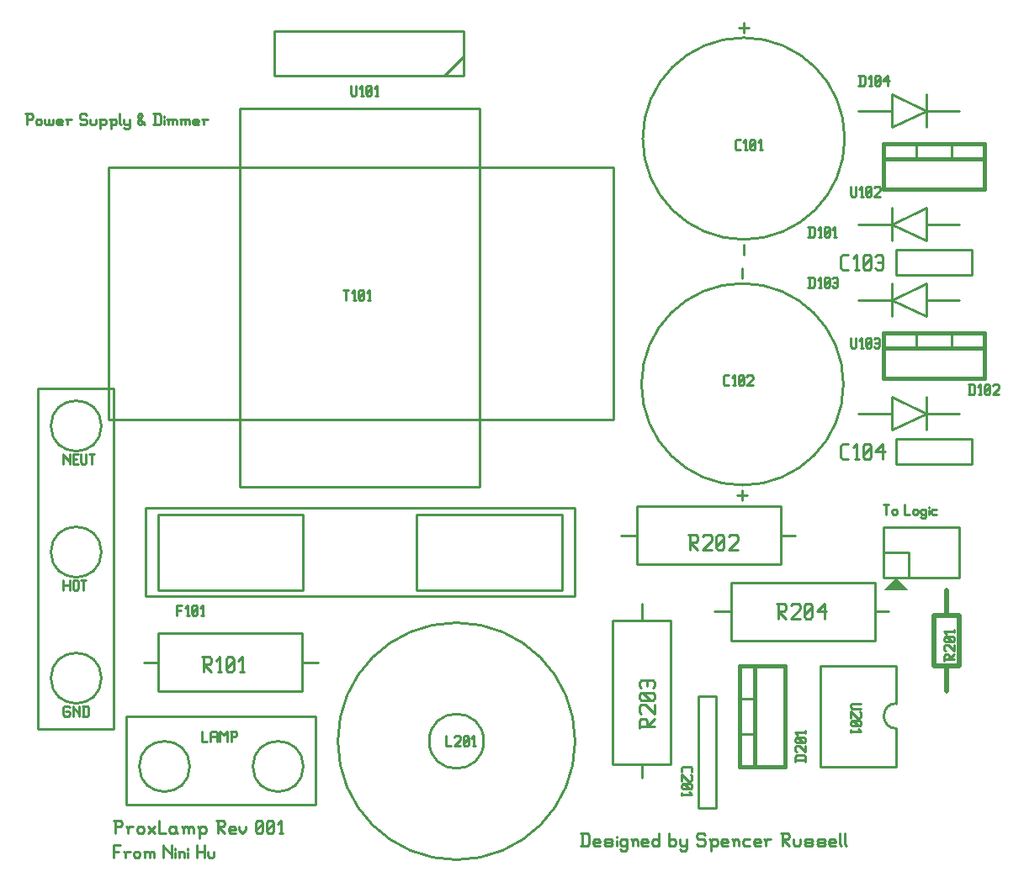
<source format=gbr>
G04 start of page 7 for group -4079 idx -4079 *
G04 Title: highvoltage, topsilk *
G04 Creator: pcb 20091103 *
G04 CreationDate: Wed 03 Feb 2010 09:09:45 PM GMT UTC *
G04 For: srussell *
G04 Format: Gerber/RS-274X *
G04 PCB-Dimensions: 400000 350000 *
G04 PCB-Coordinate-Origin: lower left *
%MOIN*%
%FSLAX25Y25*%
%LNFRONTSILK*%
%ADD11C,0.0200*%
%ADD51C,0.0100*%
%ADD52C,0.0150*%
G54D11*G36*
X360000Y120000D02*X350000D01*
X355000Y125000D01*
X360000Y120000D01*
G37*
G54D51*X45000Y65000D02*Y200000D01*
X15000D01*
Y65000D01*
X45000D01*
X50000Y70000D02*X125000D01*
Y35000D01*
X50000D02*Y70000D01*
X125000Y35000D02*X50000D01*
X45665Y28670D02*Y23350D01*
X45000Y28670D02*X47660D01*
X48325Y28005D01*
Y26675D01*
X47660Y26010D02*X48325Y26675D01*
X45665Y26010D02*X47660D01*
X50587Y25345D02*Y23350D01*
Y25345D02*X51252Y26010D01*
X52582D01*
X49922D02*X50587Y25345D01*
X54179D02*Y24015D01*
Y25345D02*X54844Y26010D01*
X56174D01*
X56839Y25345D01*
Y24015D01*
X56174Y23350D02*X56839Y24015D01*
X54844Y23350D02*X56174D01*
X54179Y24015D02*X54844Y23350D01*
X58436Y26010D02*X61096Y23350D01*
X58436D02*X61096Y26010D01*
X62694Y28670D02*Y23350D01*
X65354D01*
X68946Y26010D02*X69611Y25345D01*
X67616Y26010D02*X68946D01*
X66951Y25345D02*X67616Y26010D01*
X66951Y25345D02*Y24015D01*
X67616Y23350D01*
X69611Y26010D02*Y24015D01*
X70276Y23350D01*
X67616D02*X68946D01*
X69611Y24015D01*
X72538Y25345D02*Y23350D01*
Y25345D02*X73203Y26010D01*
X73868D01*
X74533Y25345D01*
Y23350D01*
Y25345D02*X75198Y26010D01*
X75863D01*
X76528Y25345D01*
Y23350D01*
X71873Y26010D02*X72538Y25345D01*
X78791D02*Y21355D01*
X78126Y26010D02*X78791Y25345D01*
X79456Y26010D01*
X80786D01*
X81451Y25345D01*
Y24015D01*
X80786Y23350D02*X81451Y24015D01*
X79456Y23350D02*X80786D01*
X78791Y24015D02*X79456Y23350D01*
X85442Y28670D02*X88102D01*
X88767Y28005D01*
Y26675D01*
X88102Y26010D02*X88767Y26675D01*
X86107Y26010D02*X88102D01*
X86107Y28670D02*Y23350D01*
Y26010D02*X88767Y23350D01*
X91029D02*X93024D01*
X90364Y24015D02*X91029Y23350D01*
X90364Y25345D02*Y24015D01*
Y25345D02*X91029Y26010D01*
X92359D01*
X93024Y25345D01*
X90364Y24680D02*X93024D01*
Y25345D02*Y24680D01*
X94622Y26010D02*Y24680D01*
X95952Y23350D01*
X97282Y24680D01*
Y26010D02*Y24680D01*
X101273Y24015D02*X101938Y23350D01*
X101273Y28005D02*Y24015D01*
Y28005D02*X101938Y28670D01*
X103268D01*
X103933Y28005D01*
Y24015D01*
X103268Y23350D02*X103933Y24015D01*
X101938Y23350D02*X103268D01*
X101273Y24680D02*X103933Y27340D01*
X105530Y24015D02*X106195Y23350D01*
X105530Y28005D02*Y24015D01*
Y28005D02*X106195Y28670D01*
X107525D01*
X108190Y28005D01*
Y24015D01*
X107525Y23350D02*X108190Y24015D01*
X106195Y23350D02*X107525D01*
X105530Y24680D02*X108190Y27340D01*
X110453Y23350D02*X111783D01*
X111118Y28670D02*Y23350D01*
X109788Y27340D02*X111118Y28670D01*
X80000Y64000D02*Y60000D01*
X82000D01*
X83201Y63500D02*Y60000D01*
Y63500D02*X83701Y64000D01*
X85201D01*
X85701Y63500D01*
Y60000D01*
X83201Y62000D02*X85701D01*
X86902Y64000D02*Y60000D01*
Y64000D02*X88402Y62500D01*
X89902Y64000D01*
Y60000D01*
X91603Y64000D02*Y60000D01*
X91103Y64000D02*X93103D01*
X93603Y63500D01*
Y62500D01*
X93103Y62000D02*X93603Y62500D01*
X91603Y62000D02*X93103D01*
X25000Y124000D02*Y120000D01*
X27500Y124000D02*Y120000D01*
X25000Y122000D02*X27500D01*
X28701Y123500D02*Y120500D01*
Y123500D02*X29201Y124000D01*
X30201D01*
X30701Y123500D01*
Y120500D01*
X30201Y120000D02*X30701Y120500D01*
X29201Y120000D02*X30201D01*
X28701Y120500D02*X29201Y120000D01*
X31902Y124000D02*X33902D01*
X32902D02*Y120000D01*
X25000Y174000D02*Y170000D01*
Y174000D02*Y173500D01*
X27500Y171000D01*
Y174000D02*Y170000D01*
X28701Y172000D02*X30201D01*
X28701Y170000D02*X30701D01*
X28701Y174000D02*Y170000D01*
Y174000D02*X30701D01*
X31902D02*Y170500D01*
X32402Y170000D01*
X33402D01*
X33902Y170500D01*
Y174000D02*Y170500D01*
X35103Y174000D02*X37103D01*
X36103D02*Y170000D01*
X27000Y74000D02*X27500Y73500D01*
X25500Y74000D02*X27000D01*
X25000Y73500D02*X25500Y74000D01*
X25000Y73500D02*Y70500D01*
X25500Y70000D01*
X27000D01*
X27500Y70500D01*
Y71500D02*Y70500D01*
X27000Y72000D02*X27500Y71500D01*
X26000Y72000D02*X27000D01*
X28701Y74000D02*Y70000D01*
Y74000D02*Y73500D01*
X31201Y71000D01*
Y74000D02*Y70000D01*
X32902Y74000D02*Y70000D01*
X34402Y74000D02*X34902Y73500D01*
Y70500D01*
X34402Y70000D02*X34902Y70500D01*
X32402Y70000D02*X34402D01*
X32402Y74000D02*X34402D01*
X45000Y18780D02*Y13900D01*
Y18780D02*X47440D01*
X45000Y16340D02*X46830D01*
X49515Y15730D02*Y13900D01*
Y15730D02*X50125Y16340D01*
X51345D01*
X48905D02*X49515Y15730D01*
X52810D02*Y14510D01*
Y15730D02*X53420Y16340D01*
X54640D01*
X55250Y15730D01*
Y14510D01*
X54640Y13900D02*X55250Y14510D01*
X53420Y13900D02*X54640D01*
X52810Y14510D02*X53420Y13900D01*
X57325Y15730D02*Y13900D01*
Y15730D02*X57935Y16340D01*
X58545D01*
X59155Y15730D01*
Y13900D01*
Y15730D02*X59765Y16340D01*
X60375D01*
X60985Y15730D01*
Y13900D01*
X56715Y16340D02*X57325Y15730D01*
X64646Y18780D02*Y13900D01*
Y18780D02*Y18170D01*
X67696Y15120D01*
Y18780D02*Y13900D01*
X69162Y17560D02*Y16950D01*
Y15730D02*Y13900D01*
X70993Y15730D02*Y13900D01*
Y15730D02*X71603Y16340D01*
X72213D01*
X72823Y15730D01*
Y13900D01*
X70383Y16340D02*X70993Y15730D01*
X74288Y17560D02*Y16950D01*
Y15730D02*Y13900D01*
X77705Y18780D02*Y13900D01*
X80755Y18780D02*Y13900D01*
X77705Y16340D02*X80755D01*
X82220D02*Y14510D01*
X82830Y13900D01*
X84050D01*
X84660Y14510D01*
Y16340D02*Y14510D01*
X45665Y28670D02*Y23350D01*
X45000Y28670D02*X47660D01*
X48325Y28005D01*
Y26675D01*
X47660Y26010D02*X48325Y26675D01*
X45665Y26010D02*X47660D01*
X50587Y25345D02*Y23350D01*
Y25345D02*X51252Y26010D01*
X52582D01*
X49922D02*X50587Y25345D01*
X54179D02*Y24015D01*
Y25345D02*X54844Y26010D01*
X56174D01*
X56839Y25345D01*
Y24015D01*
X56174Y23350D02*X56839Y24015D01*
X54844Y23350D02*X56174D01*
X54179Y24015D02*X54844Y23350D01*
X58436Y26010D02*X61096Y23350D01*
X58436D02*X61096Y26010D01*
X62694Y28670D02*Y23350D01*
X65354D01*
X68946Y26010D02*X69611Y25345D01*
X67616Y26010D02*X68946D01*
X66951Y25345D02*X67616Y26010D01*
X66951Y25345D02*Y24015D01*
X67616Y23350D01*
X69611Y26010D02*Y24015D01*
X70276Y23350D01*
X67616D02*X68946D01*
X69611Y24015D01*
X72538Y25345D02*Y23350D01*
Y25345D02*X73203Y26010D01*
X73868D01*
X74533Y25345D01*
Y23350D01*
Y25345D02*X75198Y26010D01*
X75863D01*
X76528Y25345D01*
Y23350D01*
X71873Y26010D02*X72538Y25345D01*
X78791D02*Y21355D01*
X78126Y26010D02*X78791Y25345D01*
X79456Y26010D01*
X80786D01*
X81451Y25345D01*
Y24015D01*
X80786Y23350D02*X81451Y24015D01*
X79456Y23350D02*X80786D01*
X78791Y24015D02*X79456Y23350D01*
X85442Y28670D02*X88102D01*
X88767Y28005D01*
Y26675D01*
X88102Y26010D02*X88767Y26675D01*
X86107Y26010D02*X88102D01*
X86107Y28670D02*Y23350D01*
Y26010D02*X88767Y23350D01*
X91029D02*X93024D01*
X90364Y24015D02*X91029Y23350D01*
X90364Y25345D02*Y24015D01*
Y25345D02*X91029Y26010D01*
X92359D01*
X93024Y25345D01*
X90364Y24680D02*X93024D01*
Y25345D02*Y24680D01*
X94622Y26010D02*Y24680D01*
X95952Y23350D01*
X97282Y24680D01*
Y26010D02*Y24680D01*
X101273Y24015D02*X101938Y23350D01*
X101273Y28005D02*Y24015D01*
Y28005D02*X101938Y28670D01*
X103268D01*
X103933Y28005D01*
Y24015D01*
X103268Y23350D02*X103933Y24015D01*
X101938Y23350D02*X103268D01*
X101273Y24680D02*X103933Y27340D01*
X105530Y24015D02*X106195Y23350D01*
X105530Y28005D02*Y24015D01*
Y28005D02*X106195Y28670D01*
X107525D01*
X108190Y28005D01*
Y24015D01*
X107525Y23350D02*X108190Y24015D01*
X106195Y23350D02*X107525D01*
X105530Y24680D02*X108190Y27340D01*
X110453Y23350D02*X111783D01*
X111118Y28670D02*Y23350D01*
X109788Y27340D02*X111118Y28670D01*
X10555Y308890D02*Y304450D01*
X10000Y308890D02*X12220D01*
X12775Y308335D01*
Y307225D01*
X12220Y306670D02*X12775Y307225D01*
X10555Y306670D02*X12220D01*
X14108Y306115D02*Y305005D01*
Y306115D02*X14663Y306670D01*
X15773D01*
X16328Y306115D01*
Y305005D01*
X15773Y304450D02*X16328Y305005D01*
X14663Y304450D02*X15773D01*
X14108Y305005D02*X14663Y304450D01*
X17661Y306670D02*Y305005D01*
X18216Y304450D01*
X18771D01*
X19326Y305005D01*
Y306670D02*Y305005D01*
X19881Y304450D01*
X20436D01*
X20991Y305005D01*
Y306670D02*Y305005D01*
X22879Y304450D02*X24544D01*
X22324Y305005D02*X22879Y304450D01*
X22324Y306115D02*Y305005D01*
Y306115D02*X22879Y306670D01*
X23989D01*
X24544Y306115D01*
X22324Y305560D02*X24544D01*
Y306115D02*Y305560D01*
X26432Y306115D02*Y304450D01*
Y306115D02*X26987Y306670D01*
X28097D01*
X25877D02*X26432Y306115D01*
X33648Y308890D02*X34203Y308335D01*
X31983Y308890D02*X33648D01*
X31428Y308335D02*X31983Y308890D01*
X31428Y308335D02*Y307225D01*
X31983Y306670D01*
X33648D01*
X34203Y306115D01*
Y305005D01*
X33648Y304450D02*X34203Y305005D01*
X31983Y304450D02*X33648D01*
X31428Y305005D02*X31983Y304450D01*
X35536Y306670D02*Y305005D01*
X36091Y304450D01*
X37201D01*
X37756Y305005D01*
Y306670D02*Y305005D01*
X39644Y306115D02*Y302785D01*
X39089Y306670D02*X39644Y306115D01*
X40199Y306670D01*
X41309D01*
X41864Y306115D01*
Y305005D01*
X41309Y304450D02*X41864Y305005D01*
X40199Y304450D02*X41309D01*
X39644Y305005D02*X40199Y304450D01*
X43752Y306115D02*Y302785D01*
X43197Y306670D02*X43752Y306115D01*
X44307Y306670D01*
X45417D01*
X45972Y306115D01*
Y305005D01*
X45417Y304450D02*X45972Y305005D01*
X44307Y304450D02*X45417D01*
X43752Y305005D02*X44307Y304450D01*
X47305Y308890D02*Y305005D01*
X47860Y304450D01*
X48972Y306670D02*Y305005D01*
X49527Y304450D01*
X51192Y306670D02*Y303340D01*
X50637Y302785D02*X51192Y303340D01*
X49527Y302785D02*X50637D01*
X48972Y303340D02*X49527Y302785D01*
Y304450D02*X50637D01*
X51192Y305005D01*
X54523D02*X55078Y304450D01*
X54523Y308335D02*Y307225D01*
Y308335D02*X55078Y308890D01*
X54523Y306115D02*X56188Y307780D01*
X55078Y304450D02*X55633D01*
X56743Y305560D01*
X54523Y307225D02*X57298Y304450D01*
X55078Y308890D02*X55633D01*
X56188Y308335D01*
Y307780D01*
X54523Y306115D02*Y305005D01*
X61184Y308890D02*Y304450D01*
X62849Y308890D02*X63404Y308335D01*
Y305005D01*
X62849Y304450D02*X63404Y305005D01*
X60629Y304450D02*X62849D01*
X60629Y308890D02*X62849D01*
X64737Y307780D02*Y307225D01*
Y306115D02*Y304450D01*
X66403Y306115D02*Y304450D01*
Y306115D02*X66958Y306670D01*
X67513D01*
X68068Y306115D01*
Y304450D01*
Y306115D02*X68623Y306670D01*
X69178D01*
X69733Y306115D01*
Y304450D01*
X65848Y306670D02*X66403Y306115D01*
X71621D02*Y304450D01*
Y306115D02*X72176Y306670D01*
X72731D01*
X73286Y306115D01*
Y304450D01*
Y306115D02*X73841Y306670D01*
X74396D01*
X74951Y306115D01*
Y304450D01*
X71066Y306670D02*X71621Y306115D01*
X76839Y304450D02*X78504D01*
X76284Y305005D02*X76839Y304450D01*
X76284Y306115D02*Y305005D01*
Y306115D02*X76839Y306670D01*
X77949D01*
X78504Y306115D01*
X76284Y305560D02*X78504D01*
Y306115D02*Y305560D01*
X80392Y306115D02*Y304450D01*
Y306115D02*X80947Y306670D01*
X82057D01*
X79837D02*X80392Y306115D01*
X230665Y23670D02*Y18350D01*
X232660Y23670D02*X233325Y23005D01*
Y19015D01*
X232660Y18350D02*X233325Y19015D01*
X230000Y18350D02*X232660D01*
X230000Y23670D02*X232660D01*
X235587Y18350D02*X237582D01*
X234922Y19015D02*X235587Y18350D01*
X234922Y20345D02*Y19015D01*
Y20345D02*X235587Y21010D01*
X236917D01*
X237582Y20345D01*
X234922Y19680D02*X237582D01*
Y20345D02*Y19680D01*
X239844Y18350D02*X241839D01*
X242504Y19015D01*
X241839Y19680D02*X242504Y19015D01*
X239844Y19680D02*X241839D01*
X239179Y20345D02*X239844Y19680D01*
X239179Y20345D02*X239844Y21010D01*
X241839D01*
X242504Y20345D01*
X239179Y19015D02*X239844Y18350D01*
X244101Y22340D02*Y21675D01*
Y20345D02*Y18350D01*
X247428Y21010D02*X248093Y20345D01*
X246098Y21010D02*X247428D01*
X245433Y20345D02*X246098Y21010D01*
X245433Y20345D02*Y19015D01*
X246098Y18350D01*
X247428D01*
X248093Y19015D01*
X245433Y17020D02*X246098Y16355D01*
X247428D01*
X248093Y17020D01*
Y21010D02*Y17020D01*
X250355Y20345D02*Y18350D01*
Y20345D02*X251020Y21010D01*
X251685D01*
X252350Y20345D01*
Y18350D01*
X249690Y21010D02*X250355Y20345D01*
X254612Y18350D02*X256607D01*
X253947Y19015D02*X254612Y18350D01*
X253947Y20345D02*Y19015D01*
Y20345D02*X254612Y21010D01*
X255942D01*
X256607Y20345D01*
X253947Y19680D02*X256607D01*
Y20345D02*Y19680D01*
X260865Y23670D02*Y18350D01*
X260200D02*X260865Y19015D01*
X258870Y18350D02*X260200D01*
X258205Y19015D02*X258870Y18350D01*
X258205Y20345D02*Y19015D01*
Y20345D02*X258870Y21010D01*
X260200D01*
X260865Y20345D01*
X264856Y23670D02*Y18350D01*
Y19015D02*X265521Y18350D01*
X266851D01*
X267516Y19015D01*
Y20345D02*Y19015D01*
X266851Y21010D02*X267516Y20345D01*
X265521Y21010D02*X266851D01*
X264856Y20345D02*X265521Y21010D01*
X269113D02*Y19015D01*
X269778Y18350D01*
X271773Y21010D02*Y17020D01*
X271108Y16355D02*X271773Y17020D01*
X269778Y16355D02*X271108D01*
X269113Y17020D02*X269778Y16355D01*
Y18350D02*X271108D01*
X271773Y19015D01*
X278425Y23670D02*X279090Y23005D01*
X276430Y23670D02*X278425D01*
X275765Y23005D02*X276430Y23670D01*
X275765Y23005D02*Y21675D01*
X276430Y21010D01*
X278425D01*
X279090Y20345D01*
Y19015D01*
X278425Y18350D02*X279090Y19015D01*
X276430Y18350D02*X278425D01*
X275765Y19015D02*X276430Y18350D01*
X281352Y20345D02*Y16355D01*
X280687Y21010D02*X281352Y20345D01*
X282017Y21010D01*
X283347D01*
X284012Y20345D01*
Y19015D01*
X283347Y18350D02*X284012Y19015D01*
X282017Y18350D02*X283347D01*
X281352Y19015D02*X282017Y18350D01*
X286274D02*X288269D01*
X285609Y19015D02*X286274Y18350D01*
X285609Y20345D02*Y19015D01*
Y20345D02*X286274Y21010D01*
X287604D01*
X288269Y20345D01*
X285609Y19680D02*X288269D01*
Y20345D02*Y19680D01*
X290532Y20345D02*Y18350D01*
Y20345D02*X291197Y21010D01*
X291862D01*
X292527Y20345D01*
Y18350D01*
X289867Y21010D02*X290532Y20345D01*
X294789Y21010D02*X296784D01*
X294124Y20345D02*X294789Y21010D01*
X294124Y20345D02*Y19015D01*
X294789Y18350D01*
X296784D01*
X299046D02*X301041D01*
X298381Y19015D02*X299046Y18350D01*
X298381Y20345D02*Y19015D01*
Y20345D02*X299046Y21010D01*
X300376D01*
X301041Y20345D01*
X298381Y19680D02*X301041D01*
Y20345D02*Y19680D01*
X303304Y20345D02*Y18350D01*
Y20345D02*X303969Y21010D01*
X305299D01*
X302639D02*X303304Y20345D01*
X309290Y23670D02*X311950D01*
X312615Y23005D01*
Y21675D01*
X311950Y21010D02*X312615Y21675D01*
X309955Y21010D02*X311950D01*
X309955Y23670D02*Y18350D01*
Y21010D02*X312615Y18350D01*
X314212Y21010D02*Y19015D01*
X314877Y18350D01*
X316207D01*
X316872Y19015D01*
Y21010D02*Y19015D01*
X319135Y18350D02*X321130D01*
X321795Y19015D01*
X321130Y19680D02*X321795Y19015D01*
X319135Y19680D02*X321130D01*
X318470Y20345D02*X319135Y19680D01*
X318470Y20345D02*X319135Y21010D01*
X321130D01*
X321795Y20345D01*
X318470Y19015D02*X319135Y18350D01*
X324057D02*X326052D01*
X326717Y19015D01*
X326052Y19680D02*X326717Y19015D01*
X324057Y19680D02*X326052D01*
X323392Y20345D02*X324057Y19680D01*
X323392Y20345D02*X324057Y21010D01*
X326052D01*
X326717Y20345D01*
X323392Y19015D02*X324057Y18350D01*
X328979D02*X330974D01*
X328314Y19015D02*X328979Y18350D01*
X328314Y20345D02*Y19015D01*
Y20345D02*X328979Y21010D01*
X330309D01*
X330974Y20345D01*
X328314Y19680D02*X330974D01*
Y20345D02*Y19680D01*
X332572Y23670D02*Y19015D01*
X333237Y18350D01*
X334568Y23670D02*Y19015D01*
X335233Y18350D01*
X350000Y154000D02*X352000D01*
X351000D02*Y150000D01*
X353201Y151500D02*Y150500D01*
Y151500D02*X353701Y152000D01*
X354701D01*
X355201Y151500D01*
Y150500D01*
X354701Y150000D02*X355201Y150500D01*
X353701Y150000D02*X354701D01*
X353201Y150500D02*X353701Y150000D01*
X358202Y154000D02*Y150000D01*
X360202D01*
X361403Y151500D02*Y150500D01*
Y151500D02*X361903Y152000D01*
X362903D01*
X363403Y151500D01*
Y150500D01*
X362903Y150000D02*X363403Y150500D01*
X361903Y150000D02*X362903D01*
X361403Y150500D02*X361903Y150000D01*
X366104Y152000D02*X366604Y151500D01*
X365104Y152000D02*X366104D01*
X364604Y151500D02*X365104Y152000D01*
X364604Y151500D02*Y150500D01*
X365104Y150000D01*
X366104D01*
X366604Y150500D01*
X364604Y149000D02*X365104Y148500D01*
X366104D01*
X366604Y149000D01*
Y152000D02*Y149000D01*
X367805Y153000D02*Y152500D01*
Y151500D02*Y150000D01*
X369306Y152000D02*X370806D01*
X368806Y151500D02*X369306Y152000D01*
X368806Y151500D02*Y150500D01*
X369306Y150000D01*
X370806D01*
X95000Y311000D02*Y161000D01*
Y311000D02*X190000D01*
Y161000D01*
X95000D02*X190000D01*
X43000Y187500D02*X243000D01*
Y287500D02*Y187500D01*
X43000Y287500D02*X243000D01*
X43000D02*Y187500D01*
X108500Y341500D02*X183500D01*
Y324000D01*
X109000D02*X183500D01*
X108500Y341500D02*Y324000D01*
X183500Y331500D02*X176000Y324000D01*
X20000Y185000D02*G75*G03X20000Y185000I10000J0D01*G01*
Y135000D02*G75*G03X20000Y135000I10000J0D01*G01*
Y85000D02*G75*G03X20000Y85000I10000J0D01*G01*
X55000Y50000D02*G75*G03X55000Y50000I10000J0D01*G01*
X56910Y91190D02*X62410D01*
Y102690D02*Y79690D01*
X119410D01*
Y102690D02*Y79690D01*
X62410Y102690D02*X119410D01*
Y91190D02*X125910D01*
X57500Y152500D02*Y117500D01*
X227500D01*
Y152500D01*
X57500D01*
X62500Y150000D02*Y120000D01*
X120000D01*
Y150000D01*
X62500D01*
X222500D02*Y120000D01*
X165000D01*
Y150000D01*
X222500D01*
X133670Y60000D02*G75*G03X133670Y60000I47000J0D01*G01*
X169870D02*G75*G03X169870Y60000I10800J0D01*G01*
X100000Y50000D02*G75*G03X100000Y50000I10000J0D01*G01*
X294474Y344916D02*Y340916D01*
X292474Y342916D02*X296474D01*
X294474Y256916D02*Y252916D01*
Y338916D02*G75*G03X294474Y338916I0J-40000D01*G01*
X283500Y78000D02*Y33500D01*
X276500D02*X283500D01*
X276500Y78000D02*Y33500D01*
Y78000D02*X283500D01*
X254160Y50860D02*Y45360D01*
X242660Y50860D02*X265660D01*
Y107860D02*Y50860D01*
X242660Y107860D02*X265660D01*
X242660D02*Y50860D01*
X254160Y114360D02*Y107860D01*
X325000Y90000D02*X355000D01*
X325000D02*Y50000D01*
X355000D01*
Y90000D02*Y75000D01*
Y65000D02*Y50000D01*
Y75000D02*G75*G03X355000Y65000I0J-5000D01*G01*
X346340Y111450D02*X351840D01*
X346340Y122950D02*Y99950D01*
X289340Y122950D02*X346340D01*
X289340D02*Y99950D01*
X346340D01*
X282840Y111450D02*X289340D01*
G54D11*X370000Y110000D02*Y90000D01*
Y110000D02*X380000D01*
Y90000D01*
X370000D02*X380000D01*
X375000D02*Y80000D01*
Y120000D02*Y110000D01*
G54D51*X350000Y125000D02*X380000D01*
Y145000D02*Y125000D01*
X350000Y145000D02*X380000D01*
X350000D02*Y125000D01*
X360000Y135000D02*Y125000D01*
X350000Y135000D02*X360000D01*
G54D52*X293000Y90000D02*Y50000D01*
Y90000D02*X311000D01*
Y50000D01*
X293000D02*X311000D01*
X293000Y90000D02*X299000D01*
Y50000D01*
X293000D02*X299000D01*
G54D51*X293000Y63000D02*X299000D01*
X293000Y77000D02*X299000D01*
G54D52*X350000Y297000D02*X390000D01*
Y279000D01*
X350000D02*X390000D01*
X350000Y297000D02*Y279000D01*
X390000Y297000D02*Y291000D01*
X350000D02*X390000D01*
X350000Y297000D02*Y291000D01*
G54D51*X363000Y297000D02*Y291000D01*
X377000Y297000D02*Y291000D01*
X340000Y265000D02*X353300D01*
X366700D02*X380000D01*
X353300D02*X366700Y271600D01*
Y258400D01*
X353300Y265000D01*
Y271600D02*Y258400D01*
X355000Y255000D02*Y245000D01*
X385000D01*
Y255000D02*Y245000D01*
X355000Y255000D02*X385000D01*
X366700Y310000D02*X380000D01*
X340000D02*X353300D01*
X366700D02*X353300Y303400D01*
Y316600D02*Y303400D01*
Y316600D02*X366700Y310000D01*
Y316600D02*Y303400D01*
G54D52*X350000Y222000D02*X390000D01*
Y204000D01*
X350000D02*X390000D01*
X350000Y222000D02*Y204000D01*
X390000Y222000D02*Y216000D01*
X350000D02*X390000D01*
X350000Y222000D02*Y216000D01*
G54D51*X363000Y222000D02*Y216000D01*
X377000Y222000D02*Y216000D01*
X293983Y159499D02*Y155499D01*
X291983Y157499D02*X295983D01*
X293983Y247499D02*Y243499D01*
Y161499D02*G75*G03X293983Y161499I0J40000D01*G01*
X309220Y141520D02*X314720D01*
X309220Y153020D02*Y130020D01*
X252220Y153020D02*X309220D01*
X252220D02*Y130020D01*
X309220D01*
X245720Y141520D02*X252220D01*
X385000Y180000D02*Y170000D01*
X355000Y180000D02*X385000D01*
X355000D02*Y170000D01*
X385000D01*
X366700Y190000D02*X380000D01*
X340000D02*X353300D01*
X366700D02*X353300Y183400D01*
Y196600D02*Y183400D01*
Y196600D02*X366700Y190000D01*
Y196600D02*Y183400D01*
X340000Y235000D02*X353300D01*
X366700D02*X380000D01*
X353300D02*X366700Y241600D01*
Y228400D01*
X353300Y235000D01*
Y241600D02*Y228400D01*
X270000Y49500D02*Y48000D01*
X270500Y50000D02*X270000Y49500D01*
X270500Y50000D02*X273500D01*
X274000Y49500D01*
Y48000D01*
X273500Y46799D02*X274000Y46299D01*
Y44799D01*
X273500Y44299D01*
X272500D02*X273500D01*
X270000Y46799D02*X272500Y44299D01*
X270000Y46799D02*Y44299D01*
X270500Y43098D02*X270000Y42598D01*
X270500Y43098D02*X273500D01*
X274000Y42598D01*
Y41598D01*
X273500Y41098D01*
X270500D02*X273500D01*
X270000Y41598D02*X270500Y41098D01*
X270000Y42598D02*Y41598D01*
X271000Y43098D02*X273000Y41098D01*
X270000Y39397D02*Y38397D01*
Y38897D02*X274000D01*
X273000Y39897D02*X274000Y38897D01*
X253140Y68160D02*Y65160D01*
Y68160D02*X253890Y68910D01*
X255390D01*
X256140Y68160D02*X255390Y68910D01*
X256140Y68160D02*Y65910D01*
X253140D02*X259140D01*
X256140D02*X259140Y68910D01*
X253890Y70711D02*X253140Y71461D01*
Y73711D02*Y71461D01*
Y73711D02*X253890Y74461D01*
X255390D01*
X259140Y70711D02*X255390Y74461D01*
X259140D02*Y70711D01*
X258390Y76263D02*X259140Y77013D01*
X253890Y76263D02*X258390D01*
X253890D02*X253140Y77013D01*
Y78513D02*Y77013D01*
Y78513D02*X253890Y79263D01*
X258390D01*
X259140Y78513D02*X258390Y79263D01*
X259140Y78513D02*Y77013D01*
X257640Y76263D02*X254640Y79263D01*
X253890Y81064D02*X253140Y81814D01*
Y83314D02*Y81814D01*
Y83314D02*X253890Y84064D01*
X258390D01*
X259140Y83314D02*X258390Y84064D01*
X259140Y83314D02*Y81814D01*
X258390Y81064D02*X259140Y81814D01*
X256140Y84064D02*Y81814D01*
X176527Y62144D02*Y58144D01*
X178527D01*
X179728Y61644D02*X180228Y62144D01*
X181728D01*
X182228Y61644D01*
Y60644D01*
X179728Y58144D02*X182228Y60644D01*
X179728Y58144D02*X182228D01*
X183429Y58644D02*X183929Y58144D01*
X183429Y61644D02*Y58644D01*
Y61644D02*X183929Y62144D01*
X184929D01*
X185429Y61644D01*
Y58644D01*
X184929Y58144D02*X185429Y58644D01*
X183929Y58144D02*X184929D01*
X183429Y59144D02*X185429Y61144D01*
X187130Y58144D02*X188130D01*
X187630Y62144D02*Y58144D01*
X186630Y61144D02*X187630Y62144D01*
X315000Y52500D02*X319000D01*
X315000Y54000D02*X315500Y54500D01*
X318500D01*
X319000Y54000D02*X318500Y54500D01*
X319000Y54000D02*Y52000D01*
X315000Y54000D02*Y52000D01*
X315500Y55701D02*X315000Y56201D01*
Y57701D02*Y56201D01*
Y57701D02*X315500Y58201D01*
X316500D01*
X319000Y55701D02*X316500Y58201D01*
X319000D02*Y55701D01*
X318500Y59402D02*X319000Y59902D01*
X315500Y59402D02*X318500D01*
X315500D02*X315000Y59902D01*
Y60902D02*Y59902D01*
Y60902D02*X315500Y61402D01*
X318500D01*
X319000Y60902D02*X318500Y61402D01*
X319000Y60902D02*Y59902D01*
X318000Y59402D02*X316000Y61402D01*
X319000Y64103D02*Y63103D01*
X315000Y63603D02*X319000D01*
X316000Y62603D02*X315000Y63603D01*
X374000Y94000D02*Y92000D01*
Y94000D02*X374500Y94500D01*
X375500D01*
X376000Y94000D02*X375500Y94500D01*
X376000Y94000D02*Y92500D01*
X374000D02*X378000D01*
X376000D02*X378000Y94500D01*
X374500Y95701D02*X374000Y96201D01*
Y97701D02*Y96201D01*
Y97701D02*X374500Y98201D01*
X375500D01*
X378000Y95701D02*X375500Y98201D01*
X378000D02*Y95701D01*
X377500Y99402D02*X378000Y99902D01*
X374500Y99402D02*X377500D01*
X374500D02*X374000Y99902D01*
Y100902D02*Y99902D01*
Y100902D02*X374500Y101402D01*
X377500D01*
X378000Y100902D02*X377500Y101402D01*
X378000Y100902D02*Y99902D01*
X377000Y99402D02*X375000Y101402D01*
X378000Y104103D02*Y103103D01*
X374000Y103603D02*X378000D01*
X375000Y102603D02*X374000Y103603D01*
X337500Y75000D02*X341000D01*
X337500D02*X337000Y74500D01*
Y73500D01*
X337500Y73000D01*
X341000D01*
X340500Y71799D02*X341000Y71299D01*
Y69799D01*
X340500Y69299D01*
X339500D02*X340500D01*
X337000Y71799D02*X339500Y69299D01*
X337000Y71799D02*Y69299D01*
X337500Y68098D02*X337000Y67598D01*
X337500Y68098D02*X340500D01*
X341000Y67598D01*
Y66598D01*
X340500Y66098D01*
X337500D02*X340500D01*
X337000Y66598D02*X337500Y66098D01*
X337000Y67598D02*Y66598D01*
X338000Y68098D02*X340000Y66098D01*
X337000Y64397D02*Y63397D01*
Y63897D02*X341000D01*
X340000Y64897D02*X341000Y63897D01*
X307450Y114660D02*X310450D01*
X311200Y113910D01*
Y112410D01*
X310450Y111660D02*X311200Y112410D01*
X308200Y111660D02*X310450D01*
X308200Y114660D02*Y108660D01*
Y111660D02*X311200Y108660D01*
X313001Y113910D02*X313751Y114660D01*
X316001D01*
X316751Y113910D01*
Y112410D01*
X313001Y108660D02*X316751Y112410D01*
X313001Y108660D02*X316751D01*
X318553Y109410D02*X319303Y108660D01*
X318553Y113910D02*Y109410D01*
Y113910D02*X319303Y114660D01*
X320803D01*
X321553Y113910D01*
Y109410D01*
X320803Y108660D02*X321553Y109410D01*
X319303Y108660D02*X320803D01*
X318553Y110160D02*X321553Y113160D01*
X323354Y111660D02*X326354Y114660D01*
X323354Y111660D02*X327104D01*
X326354Y114660D02*Y108660D01*
X79810Y93410D02*X82810D01*
X83560Y92660D01*
Y91160D01*
X82810Y90410D02*X83560Y91160D01*
X80560Y90410D02*X82810D01*
X80560Y93410D02*Y87410D01*
Y90410D02*X83560Y87410D01*
X86111D02*X87611D01*
X86861Y93410D02*Y87410D01*
X85361Y91910D02*X86861Y93410D01*
X89413Y88160D02*X90163Y87410D01*
X89413Y92660D02*Y88160D01*
Y92660D02*X90163Y93410D01*
X91663D01*
X92413Y92660D01*
Y88160D01*
X91663Y87410D02*X92413Y88160D01*
X90163Y87410D02*X91663D01*
X89413Y88910D02*X92413Y91910D01*
X94964Y87410D02*X96464D01*
X95714Y93410D02*Y87410D01*
X94214Y91910D02*X95714Y93410D01*
X70000Y114000D02*Y110000D01*
Y114000D02*X72000D01*
X70000Y112000D02*X71500D01*
X73701Y110000D02*X74701D01*
X74201Y114000D02*Y110000D01*
X73201Y113000D02*X74201Y114000D01*
X75902Y110500D02*X76402Y110000D01*
X75902Y113500D02*Y110500D01*
Y113500D02*X76402Y114000D01*
X77402D01*
X77902Y113500D01*
Y110500D01*
X77402Y110000D02*X77902Y110500D01*
X76402Y110000D02*X77402D01*
X75902Y111000D02*X77902Y113000D01*
X79603Y110000D02*X80603D01*
X80103Y114000D02*Y110000D01*
X79103Y113000D02*X80103Y114000D01*
X272520Y141780D02*X275520D01*
X276270Y141030D01*
Y139530D01*
X275520Y138780D02*X276270Y139530D01*
X273270Y138780D02*X275520D01*
X273270Y141780D02*Y135780D01*
Y138780D02*X276270Y135780D01*
X278071Y141030D02*X278821Y141780D01*
X281071D01*
X281821Y141030D01*
Y139530D01*
X278071Y135780D02*X281821Y139530D01*
X278071Y135780D02*X281821D01*
X283623Y136530D02*X284373Y135780D01*
X283623Y141030D02*Y136530D01*
Y141030D02*X284373Y141780D01*
X285873D01*
X286623Y141030D01*
Y136530D01*
X285873Y135780D02*X286623Y136530D01*
X284373Y135780D02*X285873D01*
X283623Y137280D02*X286623Y140280D01*
X288424Y141030D02*X289174Y141780D01*
X291424D01*
X292174Y141030D01*
Y139530D01*
X288424Y135780D02*X292174Y139530D01*
X288424Y135780D02*X292174D01*
X333750Y171900D02*X336000D01*
X333000Y172650D02*X333750Y171900D01*
X333000Y177150D02*Y172650D01*
Y177150D02*X333750Y177900D01*
X336000D01*
X338551Y171900D02*X340051D01*
X339301Y177900D02*Y171900D01*
X337801Y176400D02*X339301Y177900D01*
X341853Y172650D02*X342603Y171900D01*
X341853Y177150D02*Y172650D01*
Y177150D02*X342603Y177900D01*
X344103D01*
X344853Y177150D01*
Y172650D01*
X344103Y171900D02*X344853Y172650D01*
X342603Y171900D02*X344103D01*
X341853Y173400D02*X344853Y176400D01*
X346654Y174900D02*X349654Y177900D01*
X346654Y174900D02*X350404D01*
X349654Y177900D02*Y171900D01*
X136000Y239000D02*X138000D01*
X137000D02*Y235000D01*
X139701D02*X140701D01*
X140201Y239000D02*Y235000D01*
X139201Y238000D02*X140201Y239000D01*
X141902Y235500D02*X142402Y235000D01*
X141902Y238500D02*Y235500D01*
Y238500D02*X142402Y239000D01*
X143402D01*
X143902Y238500D01*
Y235500D01*
X143402Y235000D02*X143902Y235500D01*
X142402Y235000D02*X143402D01*
X141902Y236000D02*X143902Y238000D01*
X145603Y235000D02*X146603D01*
X146103Y239000D02*Y235000D01*
X145103Y238000D02*X146103Y239000D01*
X291584Y294474D02*X293084D01*
X291084Y294974D02*X291584Y294474D01*
X291084Y297974D02*Y294974D01*
Y297974D02*X291584Y298474D01*
X293084D01*
X294785Y294474D02*X295785D01*
X295285Y298474D02*Y294474D01*
X294285Y297474D02*X295285Y298474D01*
X296986Y294974D02*X297486Y294474D01*
X296986Y297974D02*Y294974D01*
Y297974D02*X297486Y298474D01*
X298486D01*
X298986Y297974D01*
Y294974D01*
X298486Y294474D02*X298986Y294974D01*
X297486Y294474D02*X298486D01*
X296986Y295474D02*X298986Y297474D01*
X300687Y294474D02*X301687D01*
X301187Y298474D02*Y294474D01*
X300187Y297474D02*X301187Y298474D01*
X337000Y220000D02*Y216500D01*
X337500Y216000D01*
X338500D01*
X339000Y216500D01*
Y220000D02*Y216500D01*
X340701Y216000D02*X341701D01*
X341201Y220000D02*Y216000D01*
X340201Y219000D02*X341201Y220000D01*
X342902Y216500D02*X343402Y216000D01*
X342902Y219500D02*Y216500D01*
Y219500D02*X343402Y220000D01*
X344402D01*
X344902Y219500D01*
Y216500D01*
X344402Y216000D02*X344902Y216500D01*
X343402Y216000D02*X344402D01*
X342902Y217000D02*X344902Y219000D01*
X346103Y219500D02*X346603Y220000D01*
X347603D01*
X348103Y219500D01*
Y216500D01*
X347603Y216000D02*X348103Y216500D01*
X346603Y216000D02*X347603D01*
X346103Y216500D02*X346603Y216000D01*
Y218000D02*X348103D01*
X139000Y320000D02*Y316500D01*
X139500Y316000D01*
X140500D01*
X141000Y316500D01*
Y320000D02*Y316500D01*
X142701Y316000D02*X143701D01*
X143201Y320000D02*Y316000D01*
X142201Y319000D02*X143201Y320000D01*
X144902Y316500D02*X145402Y316000D01*
X144902Y319500D02*Y316500D01*
Y319500D02*X145402Y320000D01*
X146402D01*
X146902Y319500D01*
Y316500D01*
X146402Y316000D02*X146902Y316500D01*
X145402Y316000D02*X146402D01*
X144902Y317000D02*X146902Y319000D01*
X148603Y316000D02*X149603D01*
X149103Y320000D02*Y316000D01*
X148103Y319000D02*X149103Y320000D01*
X320500Y264000D02*Y260000D01*
X322000Y264000D02*X322500Y263500D01*
Y260500D01*
X322000Y260000D02*X322500Y260500D01*
X320000Y260000D02*X322000D01*
X320000Y264000D02*X322000D01*
X324201Y260000D02*X325201D01*
X324701Y264000D02*Y260000D01*
X323701Y263000D02*X324701Y264000D01*
X326402Y260500D02*X326902Y260000D01*
X326402Y263500D02*Y260500D01*
Y263500D02*X326902Y264000D01*
X327902D01*
X328402Y263500D01*
Y260500D01*
X327902Y260000D02*X328402Y260500D01*
X326902Y260000D02*X327902D01*
X326402Y261000D02*X328402Y263000D01*
X330103Y260000D02*X331103D01*
X330603Y264000D02*Y260000D01*
X329603Y263000D02*X330603Y264000D01*
X320500Y244000D02*Y240000D01*
X322000Y244000D02*X322500Y243500D01*
Y240500D01*
X322000Y240000D02*X322500Y240500D01*
X320000Y240000D02*X322000D01*
X320000Y244000D02*X322000D01*
X324201Y240000D02*X325201D01*
X324701Y244000D02*Y240000D01*
X323701Y243000D02*X324701Y244000D01*
X326402Y240500D02*X326902Y240000D01*
X326402Y243500D02*Y240500D01*
Y243500D02*X326902Y244000D01*
X327902D01*
X328402Y243500D01*
Y240500D01*
X327902Y240000D02*X328402Y240500D01*
X326902Y240000D02*X327902D01*
X326402Y241000D02*X328402Y243000D01*
X329603Y243500D02*X330103Y244000D01*
X331103D01*
X331603Y243500D01*
Y240500D01*
X331103Y240000D02*X331603Y240500D01*
X330103Y240000D02*X331103D01*
X329603Y240500D02*X330103Y240000D01*
Y242000D02*X331603D01*
X286999Y201017D02*X288499D01*
X286499Y201517D02*X286999Y201017D01*
X286499Y204517D02*Y201517D01*
Y204517D02*X286999Y205017D01*
X288499D01*
X290200Y201017D02*X291200D01*
X290700Y205017D02*Y201017D01*
X289700Y204017D02*X290700Y205017D01*
X292401Y201517D02*X292901Y201017D01*
X292401Y204517D02*Y201517D01*
Y204517D02*X292901Y205017D01*
X293901D01*
X294401Y204517D01*
Y201517D01*
X293901Y201017D02*X294401Y201517D01*
X292901Y201017D02*X293901D01*
X292401Y202017D02*X294401Y204017D01*
X295602Y204517D02*X296102Y205017D01*
X297602D01*
X298102Y204517D01*
Y203517D01*
X295602Y201017D02*X298102Y203517D01*
X295602Y201017D02*X298102D01*
X337000Y280000D02*Y276500D01*
X337500Y276000D01*
X338500D01*
X339000Y276500D01*
Y280000D02*Y276500D01*
X340701Y276000D02*X341701D01*
X341201Y280000D02*Y276000D01*
X340201Y279000D02*X341201Y280000D01*
X342902Y276500D02*X343402Y276000D01*
X342902Y279500D02*Y276500D01*
Y279500D02*X343402Y280000D01*
X344402D01*
X344902Y279500D01*
Y276500D01*
X344402Y276000D02*X344902Y276500D01*
X343402Y276000D02*X344402D01*
X342902Y277000D02*X344902Y279000D01*
X346103Y279500D02*X346603Y280000D01*
X348103D01*
X348603Y279500D01*
Y278500D01*
X346103Y276000D02*X348603Y278500D01*
X346103Y276000D02*X348603D01*
X340500Y324000D02*Y320000D01*
X342000Y324000D02*X342500Y323500D01*
Y320500D01*
X342000Y320000D02*X342500Y320500D01*
X340000Y320000D02*X342000D01*
X340000Y324000D02*X342000D01*
X344201Y320000D02*X345201D01*
X344701Y324000D02*Y320000D01*
X343701Y323000D02*X344701Y324000D01*
X346402Y320500D02*X346902Y320000D01*
X346402Y323500D02*Y320500D01*
Y323500D02*X346902Y324000D01*
X347902D01*
X348402Y323500D01*
Y320500D01*
X347902Y320000D02*X348402Y320500D01*
X346902Y320000D02*X347902D01*
X346402Y321000D02*X348402Y323000D01*
X349603Y322000D02*X351603Y324000D01*
X349603Y322000D02*X352103D01*
X351603Y324000D02*Y320000D01*
X333750Y246900D02*X336000D01*
X333000Y247650D02*X333750Y246900D01*
X333000Y252150D02*Y247650D01*
Y252150D02*X333750Y252900D01*
X336000D01*
X338551Y246900D02*X340051D01*
X339301Y252900D02*Y246900D01*
X337801Y251400D02*X339301Y252900D01*
X341853Y247650D02*X342603Y246900D01*
X341853Y252150D02*Y247650D01*
Y252150D02*X342603Y252900D01*
X344103D01*
X344853Y252150D01*
Y247650D01*
X344103Y246900D02*X344853Y247650D01*
X342603Y246900D02*X344103D01*
X341853Y248400D02*X344853Y251400D01*
X346654Y252150D02*X347404Y252900D01*
X348904D01*
X349654Y252150D01*
Y247650D01*
X348904Y246900D02*X349654Y247650D01*
X347404Y246900D02*X348904D01*
X346654Y247650D02*X347404Y246900D01*
Y249900D02*X349654D01*
X383935Y201490D02*Y197490D01*
X385435Y201490D02*X385935Y200990D01*
Y197990D01*
X385435Y197490D02*X385935Y197990D01*
X383435Y197490D02*X385435D01*
X383435Y201490D02*X385435D01*
X387636Y197490D02*X388636D01*
X388136Y201490D02*Y197490D01*
X387136Y200490D02*X388136Y201490D01*
X389837Y197990D02*X390337Y197490D01*
X389837Y200990D02*Y197990D01*
Y200990D02*X390337Y201490D01*
X391337D01*
X391837Y200990D01*
Y197990D01*
X391337Y197490D02*X391837Y197990D01*
X390337Y197490D02*X391337D01*
X389837Y198490D02*X391837Y200490D01*
X393038Y200990D02*X393538Y201490D01*
X395038D01*
X395538Y200990D01*
Y199990D01*
X393038Y197490D02*X395538Y199990D01*
X393038Y197490D02*X395538D01*
M02*

</source>
